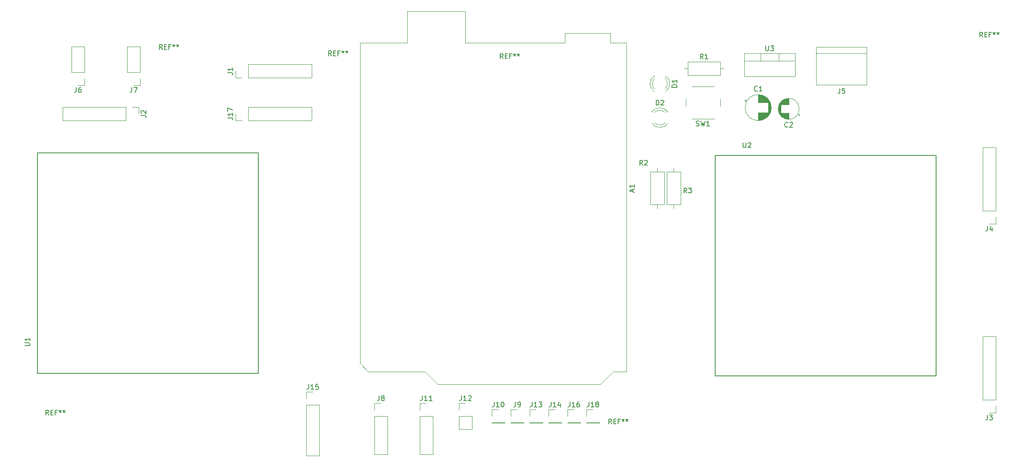
<source format=gbr>
G04 #@! TF.GenerationSoftware,KiCad,Pcbnew,(5.0.2)-1*
G04 #@! TF.CreationDate,2019-02-11T11:22:53+02:00*
G04 #@! TF.ProjectId,IoTProject,496f5450-726f-46a6-9563-742e6b696361,rev?*
G04 #@! TF.SameCoordinates,Original*
G04 #@! TF.FileFunction,Legend,Top*
G04 #@! TF.FilePolarity,Positive*
%FSLAX46Y46*%
G04 Gerber Fmt 4.6, Leading zero omitted, Abs format (unit mm)*
G04 Created by KiCad (PCBNEW (5.0.2)-1) date 11-Feb-19 11:22:53*
%MOMM*%
%LPD*%
G01*
G04 APERTURE LIST*
%ADD10C,0.120000*%
%ADD11C,0.150000*%
G04 APERTURE END LIST*
D10*
G04 #@! TO.C,A1*
X193798000Y-163706000D02*
X196338000Y-166246000D01*
X182368000Y-163706000D02*
X193798000Y-163706000D01*
X180718000Y-162056000D02*
X182368000Y-163706000D01*
X180718000Y-97406000D02*
X180718000Y-162056000D01*
X190248000Y-97406000D02*
X180718000Y-97406000D01*
X190248000Y-91056000D02*
X190248000Y-97406000D01*
X201928000Y-91056000D02*
X190248000Y-91056000D01*
X201928000Y-97406000D02*
X201928000Y-91056000D01*
X221998000Y-97406000D02*
X201928000Y-97406000D01*
X221998000Y-95506000D02*
X221998000Y-97406000D01*
X231138000Y-95506000D02*
X221998000Y-95506000D01*
X231138000Y-97406000D02*
X231138000Y-95506000D01*
X234318000Y-97406000D02*
X231138000Y-97406000D01*
X234318000Y-163706000D02*
X234318000Y-97406000D01*
X231648000Y-163706000D02*
X234318000Y-163706000D01*
X229108000Y-166246000D02*
X231648000Y-163706000D01*
X196338000Y-166246000D02*
X229108000Y-166246000D01*
D11*
G04 #@! TO.C,U2*
X252222000Y-120142000D02*
X270002000Y-120142000D01*
X252222000Y-137922000D02*
X252222000Y-120142000D01*
X270002000Y-120142000D02*
X296672000Y-120142000D01*
X296672000Y-120142000D02*
X296672000Y-158242000D01*
X252222000Y-158242000D02*
X252222000Y-137922000D01*
X296672000Y-158242000D02*
X296672000Y-164592000D01*
X296672000Y-164592000D02*
X252222000Y-164592000D01*
X252222000Y-164592000D02*
X252222000Y-158242000D01*
G04 #@! TO.C,U1*
X115824000Y-164084000D02*
X115824000Y-146304000D01*
X133604000Y-164084000D02*
X115824000Y-164084000D01*
X115824000Y-146304000D02*
X115824000Y-119634000D01*
X115824000Y-119634000D02*
X153924000Y-119634000D01*
X153924000Y-164084000D02*
X133604000Y-164084000D01*
X153924000Y-119634000D02*
X160274000Y-119634000D01*
X160274000Y-119634000D02*
X160274000Y-164084000D01*
X160274000Y-164084000D02*
X153924000Y-164084000D01*
D10*
G04 #@! TO.C,C1*
X258287225Y-108765000D02*
X258287225Y-109265000D01*
X258037225Y-109015000D02*
X258537225Y-109015000D01*
X263443000Y-110206000D02*
X263443000Y-110774000D01*
X263403000Y-109972000D02*
X263403000Y-111008000D01*
X263363000Y-109813000D02*
X263363000Y-111167000D01*
X263323000Y-109685000D02*
X263323000Y-111295000D01*
X263283000Y-109575000D02*
X263283000Y-111405000D01*
X263243000Y-109479000D02*
X263243000Y-111501000D01*
X263203000Y-109392000D02*
X263203000Y-111588000D01*
X263163000Y-109312000D02*
X263163000Y-111668000D01*
X263123000Y-109239000D02*
X263123000Y-111741000D01*
X263083000Y-109171000D02*
X263083000Y-111809000D01*
X263043000Y-109107000D02*
X263043000Y-111873000D01*
X263003000Y-109047000D02*
X263003000Y-111933000D01*
X262963000Y-108990000D02*
X262963000Y-111990000D01*
X262923000Y-108936000D02*
X262923000Y-112044000D01*
X262883000Y-108885000D02*
X262883000Y-112095000D01*
X262843000Y-111530000D02*
X262843000Y-112143000D01*
X262843000Y-108837000D02*
X262843000Y-109450000D01*
X262803000Y-111530000D02*
X262803000Y-112189000D01*
X262803000Y-108791000D02*
X262803000Y-109450000D01*
X262763000Y-111530000D02*
X262763000Y-112233000D01*
X262763000Y-108747000D02*
X262763000Y-109450000D01*
X262723000Y-111530000D02*
X262723000Y-112275000D01*
X262723000Y-108705000D02*
X262723000Y-109450000D01*
X262683000Y-111530000D02*
X262683000Y-112316000D01*
X262683000Y-108664000D02*
X262683000Y-109450000D01*
X262643000Y-111530000D02*
X262643000Y-112354000D01*
X262643000Y-108626000D02*
X262643000Y-109450000D01*
X262603000Y-111530000D02*
X262603000Y-112391000D01*
X262603000Y-108589000D02*
X262603000Y-109450000D01*
X262563000Y-111530000D02*
X262563000Y-112427000D01*
X262563000Y-108553000D02*
X262563000Y-109450000D01*
X262523000Y-111530000D02*
X262523000Y-112461000D01*
X262523000Y-108519000D02*
X262523000Y-109450000D01*
X262483000Y-111530000D02*
X262483000Y-112494000D01*
X262483000Y-108486000D02*
X262483000Y-109450000D01*
X262443000Y-111530000D02*
X262443000Y-112525000D01*
X262443000Y-108455000D02*
X262443000Y-109450000D01*
X262403000Y-111530000D02*
X262403000Y-112555000D01*
X262403000Y-108425000D02*
X262403000Y-109450000D01*
X262363000Y-111530000D02*
X262363000Y-112585000D01*
X262363000Y-108395000D02*
X262363000Y-109450000D01*
X262323000Y-111530000D02*
X262323000Y-112612000D01*
X262323000Y-108368000D02*
X262323000Y-109450000D01*
X262283000Y-111530000D02*
X262283000Y-112639000D01*
X262283000Y-108341000D02*
X262283000Y-109450000D01*
X262243000Y-111530000D02*
X262243000Y-112665000D01*
X262243000Y-108315000D02*
X262243000Y-109450000D01*
X262203000Y-111530000D02*
X262203000Y-112690000D01*
X262203000Y-108290000D02*
X262203000Y-109450000D01*
X262163000Y-111530000D02*
X262163000Y-112714000D01*
X262163000Y-108266000D02*
X262163000Y-109450000D01*
X262123000Y-111530000D02*
X262123000Y-112737000D01*
X262123000Y-108243000D02*
X262123000Y-109450000D01*
X262083000Y-111530000D02*
X262083000Y-112758000D01*
X262083000Y-108222000D02*
X262083000Y-109450000D01*
X262043000Y-111530000D02*
X262043000Y-112780000D01*
X262043000Y-108200000D02*
X262043000Y-109450000D01*
X262003000Y-111530000D02*
X262003000Y-112800000D01*
X262003000Y-108180000D02*
X262003000Y-109450000D01*
X261963000Y-111530000D02*
X261963000Y-112819000D01*
X261963000Y-108161000D02*
X261963000Y-109450000D01*
X261923000Y-111530000D02*
X261923000Y-112838000D01*
X261923000Y-108142000D02*
X261923000Y-109450000D01*
X261883000Y-111530000D02*
X261883000Y-112855000D01*
X261883000Y-108125000D02*
X261883000Y-109450000D01*
X261843000Y-111530000D02*
X261843000Y-112872000D01*
X261843000Y-108108000D02*
X261843000Y-109450000D01*
X261803000Y-111530000D02*
X261803000Y-112888000D01*
X261803000Y-108092000D02*
X261803000Y-109450000D01*
X261763000Y-111530000D02*
X261763000Y-112904000D01*
X261763000Y-108076000D02*
X261763000Y-109450000D01*
X261723000Y-111530000D02*
X261723000Y-112918000D01*
X261723000Y-108062000D02*
X261723000Y-109450000D01*
X261683000Y-111530000D02*
X261683000Y-112932000D01*
X261683000Y-108048000D02*
X261683000Y-109450000D01*
X261643000Y-111530000D02*
X261643000Y-112945000D01*
X261643000Y-108035000D02*
X261643000Y-109450000D01*
X261603000Y-111530000D02*
X261603000Y-112958000D01*
X261603000Y-108022000D02*
X261603000Y-109450000D01*
X261563000Y-111530000D02*
X261563000Y-112970000D01*
X261563000Y-108010000D02*
X261563000Y-109450000D01*
X261522000Y-111530000D02*
X261522000Y-112981000D01*
X261522000Y-107999000D02*
X261522000Y-109450000D01*
X261482000Y-111530000D02*
X261482000Y-112991000D01*
X261482000Y-107989000D02*
X261482000Y-109450000D01*
X261442000Y-111530000D02*
X261442000Y-113001000D01*
X261442000Y-107979000D02*
X261442000Y-109450000D01*
X261402000Y-111530000D02*
X261402000Y-113010000D01*
X261402000Y-107970000D02*
X261402000Y-109450000D01*
X261362000Y-111530000D02*
X261362000Y-113018000D01*
X261362000Y-107962000D02*
X261362000Y-109450000D01*
X261322000Y-111530000D02*
X261322000Y-113026000D01*
X261322000Y-107954000D02*
X261322000Y-109450000D01*
X261282000Y-111530000D02*
X261282000Y-113033000D01*
X261282000Y-107947000D02*
X261282000Y-109450000D01*
X261242000Y-111530000D02*
X261242000Y-113040000D01*
X261242000Y-107940000D02*
X261242000Y-109450000D01*
X261202000Y-111530000D02*
X261202000Y-113046000D01*
X261202000Y-107934000D02*
X261202000Y-109450000D01*
X261162000Y-111530000D02*
X261162000Y-113051000D01*
X261162000Y-107929000D02*
X261162000Y-109450000D01*
X261122000Y-111530000D02*
X261122000Y-113055000D01*
X261122000Y-107925000D02*
X261122000Y-109450000D01*
X261082000Y-111530000D02*
X261082000Y-113059000D01*
X261082000Y-107921000D02*
X261082000Y-109450000D01*
X261042000Y-111530000D02*
X261042000Y-113063000D01*
X261042000Y-107917000D02*
X261042000Y-109450000D01*
X261002000Y-111530000D02*
X261002000Y-113066000D01*
X261002000Y-107914000D02*
X261002000Y-109450000D01*
X260962000Y-111530000D02*
X260962000Y-113068000D01*
X260962000Y-107912000D02*
X260962000Y-109450000D01*
X260922000Y-111530000D02*
X260922000Y-113069000D01*
X260922000Y-107911000D02*
X260922000Y-109450000D01*
X260882000Y-107910000D02*
X260882000Y-109450000D01*
X260882000Y-111530000D02*
X260882000Y-113070000D01*
X260842000Y-107910000D02*
X260842000Y-109450000D01*
X260842000Y-111530000D02*
X260842000Y-113070000D01*
X263462000Y-110490000D02*
G75*
G03X263462000Y-110490000I-2620000J0D01*
G01*
G04 #@! TO.C,C2*
X269035801Y-112139000D02*
X269035801Y-111739000D01*
X269235801Y-111939000D02*
X268835801Y-111939000D01*
X264885000Y-111114000D02*
X264885000Y-110374000D01*
X264925000Y-111281000D02*
X264925000Y-110207000D01*
X264965000Y-111408000D02*
X264965000Y-110080000D01*
X265005000Y-111512000D02*
X265005000Y-109976000D01*
X265045000Y-111603000D02*
X265045000Y-109885000D01*
X265085000Y-111684000D02*
X265085000Y-109804000D01*
X265125000Y-111757000D02*
X265125000Y-109731000D01*
X265165000Y-111824000D02*
X265165000Y-109664000D01*
X265205000Y-111886000D02*
X265205000Y-109602000D01*
X265245000Y-111944000D02*
X265245000Y-109544000D01*
X265285000Y-111998000D02*
X265285000Y-109490000D01*
X265325000Y-112048000D02*
X265325000Y-109440000D01*
X265365000Y-112095000D02*
X265365000Y-109393000D01*
X265405000Y-109904000D02*
X265405000Y-109348000D01*
X265405000Y-112140000D02*
X265405000Y-111584000D01*
X265445000Y-109904000D02*
X265445000Y-109306000D01*
X265445000Y-112182000D02*
X265445000Y-111584000D01*
X265485000Y-109904000D02*
X265485000Y-109266000D01*
X265485000Y-112222000D02*
X265485000Y-111584000D01*
X265525000Y-109904000D02*
X265525000Y-109228000D01*
X265525000Y-112260000D02*
X265525000Y-111584000D01*
X265565000Y-109904000D02*
X265565000Y-109192000D01*
X265565000Y-112296000D02*
X265565000Y-111584000D01*
X265605000Y-109904000D02*
X265605000Y-109157000D01*
X265605000Y-112331000D02*
X265605000Y-111584000D01*
X265645000Y-109904000D02*
X265645000Y-109125000D01*
X265645000Y-112363000D02*
X265645000Y-111584000D01*
X265685000Y-109904000D02*
X265685000Y-109094000D01*
X265685000Y-112394000D02*
X265685000Y-111584000D01*
X265725000Y-109904000D02*
X265725000Y-109064000D01*
X265725000Y-112424000D02*
X265725000Y-111584000D01*
X265765000Y-109904000D02*
X265765000Y-109036000D01*
X265765000Y-112452000D02*
X265765000Y-111584000D01*
X265805000Y-109904000D02*
X265805000Y-109009000D01*
X265805000Y-112479000D02*
X265805000Y-111584000D01*
X265845000Y-109904000D02*
X265845000Y-108984000D01*
X265845000Y-112504000D02*
X265845000Y-111584000D01*
X265885000Y-109904000D02*
X265885000Y-108959000D01*
X265885000Y-112529000D02*
X265885000Y-111584000D01*
X265925000Y-109904000D02*
X265925000Y-108936000D01*
X265925000Y-112552000D02*
X265925000Y-111584000D01*
X265965000Y-109904000D02*
X265965000Y-108914000D01*
X265965000Y-112574000D02*
X265965000Y-111584000D01*
X266005000Y-109904000D02*
X266005000Y-108893000D01*
X266005000Y-112595000D02*
X266005000Y-111584000D01*
X266045000Y-109904000D02*
X266045000Y-108874000D01*
X266045000Y-112614000D02*
X266045000Y-111584000D01*
X266085000Y-109904000D02*
X266085000Y-108855000D01*
X266085000Y-112633000D02*
X266085000Y-111584000D01*
X266125000Y-109904000D02*
X266125000Y-108837000D01*
X266125000Y-112651000D02*
X266125000Y-111584000D01*
X266165000Y-109904000D02*
X266165000Y-108820000D01*
X266165000Y-112668000D02*
X266165000Y-111584000D01*
X266205000Y-109904000D02*
X266205000Y-108804000D01*
X266205000Y-112684000D02*
X266205000Y-111584000D01*
X266245000Y-109904000D02*
X266245000Y-108790000D01*
X266245000Y-112698000D02*
X266245000Y-111584000D01*
X266286000Y-109904000D02*
X266286000Y-108776000D01*
X266286000Y-112712000D02*
X266286000Y-111584000D01*
X266326000Y-109904000D02*
X266326000Y-108762000D01*
X266326000Y-112726000D02*
X266326000Y-111584000D01*
X266366000Y-109904000D02*
X266366000Y-108750000D01*
X266366000Y-112738000D02*
X266366000Y-111584000D01*
X266406000Y-109904000D02*
X266406000Y-108739000D01*
X266406000Y-112749000D02*
X266406000Y-111584000D01*
X266446000Y-109904000D02*
X266446000Y-108728000D01*
X266446000Y-112760000D02*
X266446000Y-111584000D01*
X266486000Y-109904000D02*
X266486000Y-108719000D01*
X266486000Y-112769000D02*
X266486000Y-111584000D01*
X266526000Y-109904000D02*
X266526000Y-108710000D01*
X266526000Y-112778000D02*
X266526000Y-111584000D01*
X266566000Y-109904000D02*
X266566000Y-108702000D01*
X266566000Y-112786000D02*
X266566000Y-111584000D01*
X266606000Y-109904000D02*
X266606000Y-108694000D01*
X266606000Y-112794000D02*
X266606000Y-111584000D01*
X266646000Y-109904000D02*
X266646000Y-108688000D01*
X266646000Y-112800000D02*
X266646000Y-111584000D01*
X266686000Y-109904000D02*
X266686000Y-108682000D01*
X266686000Y-112806000D02*
X266686000Y-111584000D01*
X266726000Y-109904000D02*
X266726000Y-108677000D01*
X266726000Y-112811000D02*
X266726000Y-111584000D01*
X266766000Y-109904000D02*
X266766000Y-108673000D01*
X266766000Y-112815000D02*
X266766000Y-111584000D01*
X266806000Y-109904000D02*
X266806000Y-108670000D01*
X266806000Y-112818000D02*
X266806000Y-111584000D01*
X266846000Y-109904000D02*
X266846000Y-108667000D01*
X266846000Y-112821000D02*
X266846000Y-111584000D01*
X266886000Y-112823000D02*
X266886000Y-111584000D01*
X266886000Y-109904000D02*
X266886000Y-108665000D01*
X266926000Y-112824000D02*
X266926000Y-111584000D01*
X266926000Y-109904000D02*
X266926000Y-108664000D01*
X266966000Y-112824000D02*
X266966000Y-111584000D01*
X266966000Y-109904000D02*
X266966000Y-108664000D01*
X269086000Y-110744000D02*
G75*
G03X269086000Y-110744000I-2120000J0D01*
G01*
G04 #@! TO.C,D1*
X239966000Y-104104000D02*
X239810000Y-104104000D01*
X242282000Y-104104000D02*
X242126000Y-104104000D01*
X239966163Y-106705130D02*
G75*
G02X239966000Y-104623039I1079837J1041130D01*
G01*
X242125837Y-106705130D02*
G75*
G03X242126000Y-104623039I-1079837J1041130D01*
G01*
X239967392Y-107336335D02*
G75*
G02X239810484Y-104104000I1078608J1672335D01*
G01*
X242124608Y-107336335D02*
G75*
G03X242281516Y-104104000I-1078608J1672335D01*
G01*
G04 #@! TO.C,D2*
X239486000Y-113602000D02*
X239486000Y-113758000D01*
X239486000Y-111286000D02*
X239486000Y-111442000D01*
X242087130Y-113601837D02*
G75*
G02X240005039Y-113602000I-1041130J1079837D01*
G01*
X242087130Y-111442163D02*
G75*
G03X240005039Y-111442000I-1041130J-1079837D01*
G01*
X242718335Y-113600608D02*
G75*
G02X239486000Y-113757516I-1672335J1078608D01*
G01*
X242718335Y-111443392D02*
G75*
G03X239486000Y-111286484I-1672335J-1078608D01*
G01*
G04 #@! TO.C,J1*
X155642000Y-104454000D02*
X155642000Y-103124000D01*
X156972000Y-104454000D02*
X155642000Y-104454000D01*
X158242000Y-104454000D02*
X158242000Y-101794000D01*
X158242000Y-101794000D02*
X171002000Y-101794000D01*
X158242000Y-104454000D02*
X171002000Y-104454000D01*
X171002000Y-104454000D02*
X171002000Y-101794000D01*
G04 #@! TO.C,J2*
X136204000Y-110430000D02*
X136204000Y-111760000D01*
X134874000Y-110430000D02*
X136204000Y-110430000D01*
X133604000Y-110430000D02*
X133604000Y-113090000D01*
X133604000Y-113090000D02*
X120844000Y-113090000D01*
X133604000Y-110430000D02*
X120844000Y-110430000D01*
X120844000Y-110430000D02*
X120844000Y-113090000D01*
G04 #@! TO.C,J3*
X308670000Y-172018000D02*
X307340000Y-172018000D01*
X308670000Y-170688000D02*
X308670000Y-172018000D01*
X308670000Y-169418000D02*
X306010000Y-169418000D01*
X306010000Y-169418000D02*
X306010000Y-156658000D01*
X308670000Y-169418000D02*
X308670000Y-156658000D01*
X308670000Y-156658000D02*
X306010000Y-156658000D01*
G04 #@! TO.C,J4*
X308670000Y-133918000D02*
X307340000Y-133918000D01*
X308670000Y-132588000D02*
X308670000Y-133918000D01*
X308670000Y-131318000D02*
X306010000Y-131318000D01*
X306010000Y-131318000D02*
X306010000Y-118558000D01*
X308670000Y-131318000D02*
X308670000Y-118558000D01*
X308670000Y-118558000D02*
X306010000Y-118558000D01*
G04 #@! TO.C,J5*
X282702000Y-98298000D02*
X272542000Y-98298000D01*
X282702000Y-105918000D02*
X282702000Y-98298000D01*
X272542000Y-105918000D02*
X282702000Y-105918000D01*
X272542000Y-98298000D02*
X272542000Y-105918000D01*
X272542000Y-99568000D02*
X282702000Y-99568000D01*
G04 #@! TO.C,J6*
X125282000Y-105978000D02*
X123952000Y-105978000D01*
X125282000Y-104648000D02*
X125282000Y-105978000D01*
X125282000Y-103378000D02*
X122622000Y-103378000D01*
X122622000Y-103378000D02*
X122622000Y-98238000D01*
X125282000Y-103378000D02*
X125282000Y-98238000D01*
X125282000Y-98238000D02*
X122622000Y-98238000D01*
G04 #@! TO.C,J7*
X136458000Y-105978000D02*
X135128000Y-105978000D01*
X136458000Y-104648000D02*
X136458000Y-105978000D01*
X136458000Y-103378000D02*
X133798000Y-103378000D01*
X133798000Y-103378000D02*
X133798000Y-98238000D01*
X136458000Y-103378000D02*
X136458000Y-98238000D01*
X136458000Y-98238000D02*
X133798000Y-98238000D01*
G04 #@! TO.C,J8*
X183582000Y-170120000D02*
X184912000Y-170120000D01*
X183582000Y-171450000D02*
X183582000Y-170120000D01*
X183582000Y-172720000D02*
X186242000Y-172720000D01*
X186242000Y-172720000D02*
X186242000Y-180400000D01*
X183582000Y-172720000D02*
X183582000Y-180400000D01*
X183582000Y-180400000D02*
X186242000Y-180400000D01*
G04 #@! TO.C,J9*
X211014000Y-171390000D02*
X212344000Y-171390000D01*
X211014000Y-172720000D02*
X211014000Y-171390000D01*
X211014000Y-173990000D02*
X213674000Y-173990000D01*
X213674000Y-173990000D02*
X213674000Y-174050000D01*
X211014000Y-173990000D02*
X211014000Y-174050000D01*
X211014000Y-174050000D02*
X213674000Y-174050000D01*
G04 #@! TO.C,J10*
X207204000Y-171390000D02*
X208534000Y-171390000D01*
X207204000Y-172720000D02*
X207204000Y-171390000D01*
X207204000Y-173990000D02*
X209864000Y-173990000D01*
X209864000Y-173990000D02*
X209864000Y-174050000D01*
X207204000Y-173990000D02*
X207204000Y-174050000D01*
X207204000Y-174050000D02*
X209864000Y-174050000D01*
G04 #@! TO.C,J11*
X192726000Y-170120000D02*
X194056000Y-170120000D01*
X192726000Y-171450000D02*
X192726000Y-170120000D01*
X192726000Y-172720000D02*
X195386000Y-172720000D01*
X195386000Y-172720000D02*
X195386000Y-180400000D01*
X192726000Y-172720000D02*
X192726000Y-180400000D01*
X192726000Y-180400000D02*
X195386000Y-180400000D01*
G04 #@! TO.C,J12*
X200600000Y-170120000D02*
X201930000Y-170120000D01*
X200600000Y-171450000D02*
X200600000Y-170120000D01*
X200600000Y-172720000D02*
X203260000Y-172720000D01*
X203260000Y-172720000D02*
X203260000Y-175320000D01*
X200600000Y-172720000D02*
X200600000Y-175320000D01*
X200600000Y-175320000D02*
X203260000Y-175320000D01*
G04 #@! TO.C,J13*
X214824000Y-171390000D02*
X216154000Y-171390000D01*
X214824000Y-172720000D02*
X214824000Y-171390000D01*
X214824000Y-173990000D02*
X217484000Y-173990000D01*
X217484000Y-173990000D02*
X217484000Y-174050000D01*
X214824000Y-173990000D02*
X214824000Y-174050000D01*
X214824000Y-174050000D02*
X217484000Y-174050000D01*
G04 #@! TO.C,J14*
X218634000Y-174050000D02*
X221294000Y-174050000D01*
X218634000Y-173990000D02*
X218634000Y-174050000D01*
X221294000Y-173990000D02*
X221294000Y-174050000D01*
X218634000Y-173990000D02*
X221294000Y-173990000D01*
X218634000Y-172720000D02*
X218634000Y-171390000D01*
X218634000Y-171390000D02*
X219964000Y-171390000D01*
G04 #@! TO.C,J15*
X169866000Y-167834000D02*
X171196000Y-167834000D01*
X169866000Y-169164000D02*
X169866000Y-167834000D01*
X169866000Y-170434000D02*
X172526000Y-170434000D01*
X172526000Y-170434000D02*
X172526000Y-180654000D01*
X169866000Y-170434000D02*
X169866000Y-180654000D01*
X169866000Y-180654000D02*
X172526000Y-180654000D01*
G04 #@! TO.C,J16*
X222444000Y-171390000D02*
X223774000Y-171390000D01*
X222444000Y-172720000D02*
X222444000Y-171390000D01*
X222444000Y-173990000D02*
X225104000Y-173990000D01*
X225104000Y-173990000D02*
X225104000Y-174050000D01*
X222444000Y-173990000D02*
X222444000Y-174050000D01*
X222444000Y-174050000D02*
X225104000Y-174050000D01*
G04 #@! TO.C,J17*
X155642000Y-113090000D02*
X155642000Y-111760000D01*
X156972000Y-113090000D02*
X155642000Y-113090000D01*
X158242000Y-113090000D02*
X158242000Y-110430000D01*
X158242000Y-110430000D02*
X171002000Y-110430000D01*
X158242000Y-113090000D02*
X171002000Y-113090000D01*
X171002000Y-113090000D02*
X171002000Y-110430000D01*
G04 #@! TO.C,J18*
X226254000Y-171390000D02*
X227584000Y-171390000D01*
X226254000Y-172720000D02*
X226254000Y-171390000D01*
X226254000Y-173990000D02*
X228914000Y-173990000D01*
X228914000Y-173990000D02*
X228914000Y-174050000D01*
X226254000Y-173990000D02*
X226254000Y-174050000D01*
X226254000Y-174050000D02*
X228914000Y-174050000D01*
G04 #@! TO.C,R1*
X253976000Y-102616000D02*
X253206000Y-102616000D01*
X245896000Y-102616000D02*
X246666000Y-102616000D01*
X253206000Y-101246000D02*
X246666000Y-101246000D01*
X253206000Y-103986000D02*
X253206000Y-101246000D01*
X246666000Y-103986000D02*
X253206000Y-103986000D01*
X246666000Y-101246000D02*
X246666000Y-103986000D01*
G04 #@! TO.C,R2*
X240538000Y-130786000D02*
X240538000Y-130016000D01*
X240538000Y-122706000D02*
X240538000Y-123476000D01*
X241908000Y-130016000D02*
X241908000Y-123476000D01*
X239168000Y-130016000D02*
X241908000Y-130016000D01*
X239168000Y-123476000D02*
X239168000Y-130016000D01*
X241908000Y-123476000D02*
X239168000Y-123476000D01*
G04 #@! TO.C,R3*
X243840000Y-130786000D02*
X243840000Y-130016000D01*
X243840000Y-122706000D02*
X243840000Y-123476000D01*
X245210000Y-130016000D02*
X245210000Y-123476000D01*
X242470000Y-130016000D02*
X245210000Y-130016000D01*
X242470000Y-123476000D02*
X242470000Y-130016000D01*
X245210000Y-123476000D02*
X242470000Y-123476000D01*
G04 #@! TO.C,SW1*
X246234000Y-108760000D02*
X246234000Y-110260000D01*
X247484000Y-112760000D02*
X251984000Y-112760000D01*
X253234000Y-110260000D02*
X253234000Y-108760000D01*
X251984000Y-106260000D02*
X247484000Y-106260000D01*
G04 #@! TO.C,U3*
X264995000Y-99600000D02*
X264995000Y-101110000D01*
X261294000Y-99600000D02*
X261294000Y-101110000D01*
X258024000Y-101110000D02*
X268264000Y-101110000D01*
X268264000Y-99600000D02*
X268264000Y-104241000D01*
X258024000Y-99600000D02*
X258024000Y-104241000D01*
X258024000Y-104241000D02*
X268264000Y-104241000D01*
X258024000Y-99600000D02*
X268264000Y-99600000D01*
G04 #@! TO.C,REF\002A\002A*
D11*
X140906666Y-98760380D02*
X140573333Y-98284190D01*
X140335238Y-98760380D02*
X140335238Y-97760380D01*
X140716190Y-97760380D01*
X140811428Y-97808000D01*
X140859047Y-97855619D01*
X140906666Y-97950857D01*
X140906666Y-98093714D01*
X140859047Y-98188952D01*
X140811428Y-98236571D01*
X140716190Y-98284190D01*
X140335238Y-98284190D01*
X141335238Y-98236571D02*
X141668571Y-98236571D01*
X141811428Y-98760380D02*
X141335238Y-98760380D01*
X141335238Y-97760380D01*
X141811428Y-97760380D01*
X142573333Y-98236571D02*
X142240000Y-98236571D01*
X142240000Y-98760380D02*
X142240000Y-97760380D01*
X142716190Y-97760380D01*
X143240000Y-97760380D02*
X143240000Y-97998476D01*
X143001904Y-97903238D02*
X143240000Y-97998476D01*
X143478095Y-97903238D01*
X143097142Y-98188952D02*
X143240000Y-97998476D01*
X143382857Y-98188952D01*
X144001904Y-97760380D02*
X144001904Y-97998476D01*
X143763809Y-97903238D02*
X144001904Y-97998476D01*
X144240000Y-97903238D01*
X143859047Y-98188952D02*
X144001904Y-97998476D01*
X144144761Y-98188952D01*
X209486666Y-100604380D02*
X209153333Y-100128190D01*
X208915238Y-100604380D02*
X208915238Y-99604380D01*
X209296190Y-99604380D01*
X209391428Y-99652000D01*
X209439047Y-99699619D01*
X209486666Y-99794857D01*
X209486666Y-99937714D01*
X209439047Y-100032952D01*
X209391428Y-100080571D01*
X209296190Y-100128190D01*
X208915238Y-100128190D01*
X209915238Y-100080571D02*
X210248571Y-100080571D01*
X210391428Y-100604380D02*
X209915238Y-100604380D01*
X209915238Y-99604380D01*
X210391428Y-99604380D01*
X211153333Y-100080571D02*
X210820000Y-100080571D01*
X210820000Y-100604380D02*
X210820000Y-99604380D01*
X211296190Y-99604380D01*
X211820000Y-99604380D02*
X211820000Y-99842476D01*
X211581904Y-99747238D02*
X211820000Y-99842476D01*
X212058095Y-99747238D01*
X211677142Y-100032952D02*
X211820000Y-99842476D01*
X211962857Y-100032952D01*
X212581904Y-99604380D02*
X212581904Y-99842476D01*
X212343809Y-99747238D02*
X212581904Y-99842476D01*
X212820000Y-99747238D01*
X212439047Y-100032952D02*
X212581904Y-99842476D01*
X212724761Y-100032952D01*
X306006666Y-96286380D02*
X305673333Y-95810190D01*
X305435238Y-96286380D02*
X305435238Y-95286380D01*
X305816190Y-95286380D01*
X305911428Y-95334000D01*
X305959047Y-95381619D01*
X306006666Y-95476857D01*
X306006666Y-95619714D01*
X305959047Y-95714952D01*
X305911428Y-95762571D01*
X305816190Y-95810190D01*
X305435238Y-95810190D01*
X306435238Y-95762571D02*
X306768571Y-95762571D01*
X306911428Y-96286380D02*
X306435238Y-96286380D01*
X306435238Y-95286380D01*
X306911428Y-95286380D01*
X307673333Y-95762571D02*
X307340000Y-95762571D01*
X307340000Y-96286380D02*
X307340000Y-95286380D01*
X307816190Y-95286380D01*
X308340000Y-95286380D02*
X308340000Y-95524476D01*
X308101904Y-95429238D02*
X308340000Y-95524476D01*
X308578095Y-95429238D01*
X308197142Y-95714952D02*
X308340000Y-95524476D01*
X308482857Y-95714952D01*
X309101904Y-95286380D02*
X309101904Y-95524476D01*
X308863809Y-95429238D02*
X309101904Y-95524476D01*
X309340000Y-95429238D01*
X308959047Y-95714952D02*
X309101904Y-95524476D01*
X309244761Y-95714952D01*
X231330666Y-174264380D02*
X230997333Y-173788190D01*
X230759238Y-174264380D02*
X230759238Y-173264380D01*
X231140190Y-173264380D01*
X231235428Y-173312000D01*
X231283047Y-173359619D01*
X231330666Y-173454857D01*
X231330666Y-173597714D01*
X231283047Y-173692952D01*
X231235428Y-173740571D01*
X231140190Y-173788190D01*
X230759238Y-173788190D01*
X231759238Y-173740571D02*
X232092571Y-173740571D01*
X232235428Y-174264380D02*
X231759238Y-174264380D01*
X231759238Y-173264380D01*
X232235428Y-173264380D01*
X232997333Y-173740571D02*
X232664000Y-173740571D01*
X232664000Y-174264380D02*
X232664000Y-173264380D01*
X233140190Y-173264380D01*
X233664000Y-173264380D02*
X233664000Y-173502476D01*
X233425904Y-173407238D02*
X233664000Y-173502476D01*
X233902095Y-173407238D01*
X233521142Y-173692952D02*
X233664000Y-173502476D01*
X233806857Y-173692952D01*
X234425904Y-173264380D02*
X234425904Y-173502476D01*
X234187809Y-173407238D02*
X234425904Y-173502476D01*
X234664000Y-173407238D01*
X234283047Y-173692952D02*
X234425904Y-173502476D01*
X234568761Y-173692952D01*
G04 #@! TO.C,A1*
X235624666Y-127460285D02*
X235624666Y-126984095D01*
X235910380Y-127555523D02*
X234910380Y-127222190D01*
X235910380Y-126888857D01*
X235910380Y-126031714D02*
X235910380Y-126603142D01*
X235910380Y-126317428D02*
X234910380Y-126317428D01*
X235053238Y-126412666D01*
X235148476Y-126507904D01*
X235196095Y-126603142D01*
G04 #@! TO.C,U2*
X257810095Y-117554380D02*
X257810095Y-118363904D01*
X257857714Y-118459142D01*
X257905333Y-118506761D01*
X258000571Y-118554380D01*
X258191047Y-118554380D01*
X258286285Y-118506761D01*
X258333904Y-118459142D01*
X258381523Y-118363904D01*
X258381523Y-117554380D01*
X258810095Y-117649619D02*
X258857714Y-117602000D01*
X258952952Y-117554380D01*
X259191047Y-117554380D01*
X259286285Y-117602000D01*
X259333904Y-117649619D01*
X259381523Y-117744857D01*
X259381523Y-117840095D01*
X259333904Y-117982952D01*
X258762476Y-118554380D01*
X259381523Y-118554380D01*
G04 #@! TO.C,U1*
X113236380Y-158495904D02*
X114045904Y-158495904D01*
X114141142Y-158448285D01*
X114188761Y-158400666D01*
X114236380Y-158305428D01*
X114236380Y-158114952D01*
X114188761Y-158019714D01*
X114141142Y-157972095D01*
X114045904Y-157924476D01*
X113236380Y-157924476D01*
X114236380Y-156924476D02*
X114236380Y-157495904D01*
X114236380Y-157210190D02*
X113236380Y-157210190D01*
X113379238Y-157305428D01*
X113474476Y-157400666D01*
X113522095Y-157495904D01*
G04 #@! TO.C,C1*
X260675333Y-107097142D02*
X260627714Y-107144761D01*
X260484857Y-107192380D01*
X260389619Y-107192380D01*
X260246761Y-107144761D01*
X260151523Y-107049523D01*
X260103904Y-106954285D01*
X260056285Y-106763809D01*
X260056285Y-106620952D01*
X260103904Y-106430476D01*
X260151523Y-106335238D01*
X260246761Y-106240000D01*
X260389619Y-106192380D01*
X260484857Y-106192380D01*
X260627714Y-106240000D01*
X260675333Y-106287619D01*
X261627714Y-107192380D02*
X261056285Y-107192380D01*
X261342000Y-107192380D02*
X261342000Y-106192380D01*
X261246761Y-106335238D01*
X261151523Y-106430476D01*
X261056285Y-106478095D01*
G04 #@! TO.C,C2*
X266799333Y-114351142D02*
X266751714Y-114398761D01*
X266608857Y-114446380D01*
X266513619Y-114446380D01*
X266370761Y-114398761D01*
X266275523Y-114303523D01*
X266227904Y-114208285D01*
X266180285Y-114017809D01*
X266180285Y-113874952D01*
X266227904Y-113684476D01*
X266275523Y-113589238D01*
X266370761Y-113494000D01*
X266513619Y-113446380D01*
X266608857Y-113446380D01*
X266751714Y-113494000D01*
X266799333Y-113541619D01*
X267180285Y-113541619D02*
X267227904Y-113494000D01*
X267323142Y-113446380D01*
X267561238Y-113446380D01*
X267656476Y-113494000D01*
X267704095Y-113541619D01*
X267751714Y-113636857D01*
X267751714Y-113732095D01*
X267704095Y-113874952D01*
X267132666Y-114446380D01*
X267751714Y-114446380D01*
G04 #@! TO.C,D1*
X244458380Y-106402095D02*
X243458380Y-106402095D01*
X243458380Y-106164000D01*
X243506000Y-106021142D01*
X243601238Y-105925904D01*
X243696476Y-105878285D01*
X243886952Y-105830666D01*
X244029809Y-105830666D01*
X244220285Y-105878285D01*
X244315523Y-105925904D01*
X244410761Y-106021142D01*
X244458380Y-106164000D01*
X244458380Y-106402095D01*
X244458380Y-104878285D02*
X244458380Y-105449714D01*
X244458380Y-105164000D02*
X243458380Y-105164000D01*
X243601238Y-105259238D01*
X243696476Y-105354476D01*
X243744095Y-105449714D01*
G04 #@! TO.C,D2*
X240307904Y-110014380D02*
X240307904Y-109014380D01*
X240546000Y-109014380D01*
X240688857Y-109062000D01*
X240784095Y-109157238D01*
X240831714Y-109252476D01*
X240879333Y-109442952D01*
X240879333Y-109585809D01*
X240831714Y-109776285D01*
X240784095Y-109871523D01*
X240688857Y-109966761D01*
X240546000Y-110014380D01*
X240307904Y-110014380D01*
X241260285Y-109109619D02*
X241307904Y-109062000D01*
X241403142Y-109014380D01*
X241641238Y-109014380D01*
X241736476Y-109062000D01*
X241784095Y-109109619D01*
X241831714Y-109204857D01*
X241831714Y-109300095D01*
X241784095Y-109442952D01*
X241212666Y-110014380D01*
X241831714Y-110014380D01*
G04 #@! TO.C,J1*
X154094380Y-103457333D02*
X154808666Y-103457333D01*
X154951523Y-103504952D01*
X155046761Y-103600190D01*
X155094380Y-103743047D01*
X155094380Y-103838285D01*
X155094380Y-102457333D02*
X155094380Y-103028761D01*
X155094380Y-102743047D02*
X154094380Y-102743047D01*
X154237238Y-102838285D01*
X154332476Y-102933523D01*
X154380095Y-103028761D01*
G04 #@! TO.C,J2*
X136656380Y-112093333D02*
X137370666Y-112093333D01*
X137513523Y-112140952D01*
X137608761Y-112236190D01*
X137656380Y-112379047D01*
X137656380Y-112474285D01*
X136751619Y-111664761D02*
X136704000Y-111617142D01*
X136656380Y-111521904D01*
X136656380Y-111283809D01*
X136704000Y-111188571D01*
X136751619Y-111140952D01*
X136846857Y-111093333D01*
X136942095Y-111093333D01*
X137084952Y-111140952D01*
X137656380Y-111712380D01*
X137656380Y-111093333D01*
G04 #@! TO.C,J3*
X307006666Y-172470380D02*
X307006666Y-173184666D01*
X306959047Y-173327523D01*
X306863809Y-173422761D01*
X306720952Y-173470380D01*
X306625714Y-173470380D01*
X307387619Y-172470380D02*
X308006666Y-172470380D01*
X307673333Y-172851333D01*
X307816190Y-172851333D01*
X307911428Y-172898952D01*
X307959047Y-172946571D01*
X308006666Y-173041809D01*
X308006666Y-173279904D01*
X307959047Y-173375142D01*
X307911428Y-173422761D01*
X307816190Y-173470380D01*
X307530476Y-173470380D01*
X307435238Y-173422761D01*
X307387619Y-173375142D01*
G04 #@! TO.C,J4*
X307006666Y-134370380D02*
X307006666Y-135084666D01*
X306959047Y-135227523D01*
X306863809Y-135322761D01*
X306720952Y-135370380D01*
X306625714Y-135370380D01*
X307911428Y-134703714D02*
X307911428Y-135370380D01*
X307673333Y-134322761D02*
X307435238Y-135037047D01*
X308054285Y-135037047D01*
G04 #@! TO.C,J5*
X277288666Y-106640380D02*
X277288666Y-107354666D01*
X277241047Y-107497523D01*
X277145809Y-107592761D01*
X277002952Y-107640380D01*
X276907714Y-107640380D01*
X278241047Y-106640380D02*
X277764857Y-106640380D01*
X277717238Y-107116571D01*
X277764857Y-107068952D01*
X277860095Y-107021333D01*
X278098190Y-107021333D01*
X278193428Y-107068952D01*
X278241047Y-107116571D01*
X278288666Y-107211809D01*
X278288666Y-107449904D01*
X278241047Y-107545142D01*
X278193428Y-107592761D01*
X278098190Y-107640380D01*
X277860095Y-107640380D01*
X277764857Y-107592761D01*
X277717238Y-107545142D01*
G04 #@! TO.C,J6*
X123618666Y-106430380D02*
X123618666Y-107144666D01*
X123571047Y-107287523D01*
X123475809Y-107382761D01*
X123332952Y-107430380D01*
X123237714Y-107430380D01*
X124523428Y-106430380D02*
X124332952Y-106430380D01*
X124237714Y-106478000D01*
X124190095Y-106525619D01*
X124094857Y-106668476D01*
X124047238Y-106858952D01*
X124047238Y-107239904D01*
X124094857Y-107335142D01*
X124142476Y-107382761D01*
X124237714Y-107430380D01*
X124428190Y-107430380D01*
X124523428Y-107382761D01*
X124571047Y-107335142D01*
X124618666Y-107239904D01*
X124618666Y-107001809D01*
X124571047Y-106906571D01*
X124523428Y-106858952D01*
X124428190Y-106811333D01*
X124237714Y-106811333D01*
X124142476Y-106858952D01*
X124094857Y-106906571D01*
X124047238Y-107001809D01*
G04 #@! TO.C,J7*
X134794666Y-106430380D02*
X134794666Y-107144666D01*
X134747047Y-107287523D01*
X134651809Y-107382761D01*
X134508952Y-107430380D01*
X134413714Y-107430380D01*
X135175619Y-106430380D02*
X135842285Y-106430380D01*
X135413714Y-107430380D01*
G04 #@! TO.C,J8*
X184578666Y-168572380D02*
X184578666Y-169286666D01*
X184531047Y-169429523D01*
X184435809Y-169524761D01*
X184292952Y-169572380D01*
X184197714Y-169572380D01*
X185197714Y-169000952D02*
X185102476Y-168953333D01*
X185054857Y-168905714D01*
X185007238Y-168810476D01*
X185007238Y-168762857D01*
X185054857Y-168667619D01*
X185102476Y-168620000D01*
X185197714Y-168572380D01*
X185388190Y-168572380D01*
X185483428Y-168620000D01*
X185531047Y-168667619D01*
X185578666Y-168762857D01*
X185578666Y-168810476D01*
X185531047Y-168905714D01*
X185483428Y-168953333D01*
X185388190Y-169000952D01*
X185197714Y-169000952D01*
X185102476Y-169048571D01*
X185054857Y-169096190D01*
X185007238Y-169191428D01*
X185007238Y-169381904D01*
X185054857Y-169477142D01*
X185102476Y-169524761D01*
X185197714Y-169572380D01*
X185388190Y-169572380D01*
X185483428Y-169524761D01*
X185531047Y-169477142D01*
X185578666Y-169381904D01*
X185578666Y-169191428D01*
X185531047Y-169096190D01*
X185483428Y-169048571D01*
X185388190Y-169000952D01*
G04 #@! TO.C,J9*
X212010666Y-169842380D02*
X212010666Y-170556666D01*
X211963047Y-170699523D01*
X211867809Y-170794761D01*
X211724952Y-170842380D01*
X211629714Y-170842380D01*
X212534476Y-170842380D02*
X212724952Y-170842380D01*
X212820190Y-170794761D01*
X212867809Y-170747142D01*
X212963047Y-170604285D01*
X213010666Y-170413809D01*
X213010666Y-170032857D01*
X212963047Y-169937619D01*
X212915428Y-169890000D01*
X212820190Y-169842380D01*
X212629714Y-169842380D01*
X212534476Y-169890000D01*
X212486857Y-169937619D01*
X212439238Y-170032857D01*
X212439238Y-170270952D01*
X212486857Y-170366190D01*
X212534476Y-170413809D01*
X212629714Y-170461428D01*
X212820190Y-170461428D01*
X212915428Y-170413809D01*
X212963047Y-170366190D01*
X213010666Y-170270952D01*
G04 #@! TO.C,J10*
X207724476Y-169842380D02*
X207724476Y-170556666D01*
X207676857Y-170699523D01*
X207581619Y-170794761D01*
X207438761Y-170842380D01*
X207343523Y-170842380D01*
X208724476Y-170842380D02*
X208153047Y-170842380D01*
X208438761Y-170842380D02*
X208438761Y-169842380D01*
X208343523Y-169985238D01*
X208248285Y-170080476D01*
X208153047Y-170128095D01*
X209343523Y-169842380D02*
X209438761Y-169842380D01*
X209534000Y-169890000D01*
X209581619Y-169937619D01*
X209629238Y-170032857D01*
X209676857Y-170223333D01*
X209676857Y-170461428D01*
X209629238Y-170651904D01*
X209581619Y-170747142D01*
X209534000Y-170794761D01*
X209438761Y-170842380D01*
X209343523Y-170842380D01*
X209248285Y-170794761D01*
X209200666Y-170747142D01*
X209153047Y-170651904D01*
X209105428Y-170461428D01*
X209105428Y-170223333D01*
X209153047Y-170032857D01*
X209200666Y-169937619D01*
X209248285Y-169890000D01*
X209343523Y-169842380D01*
G04 #@! TO.C,J11*
X193246476Y-168572380D02*
X193246476Y-169286666D01*
X193198857Y-169429523D01*
X193103619Y-169524761D01*
X192960761Y-169572380D01*
X192865523Y-169572380D01*
X194246476Y-169572380D02*
X193675047Y-169572380D01*
X193960761Y-169572380D02*
X193960761Y-168572380D01*
X193865523Y-168715238D01*
X193770285Y-168810476D01*
X193675047Y-168858095D01*
X195198857Y-169572380D02*
X194627428Y-169572380D01*
X194913142Y-169572380D02*
X194913142Y-168572380D01*
X194817904Y-168715238D01*
X194722666Y-168810476D01*
X194627428Y-168858095D01*
G04 #@! TO.C,J12*
X201120476Y-168572380D02*
X201120476Y-169286666D01*
X201072857Y-169429523D01*
X200977619Y-169524761D01*
X200834761Y-169572380D01*
X200739523Y-169572380D01*
X202120476Y-169572380D02*
X201549047Y-169572380D01*
X201834761Y-169572380D02*
X201834761Y-168572380D01*
X201739523Y-168715238D01*
X201644285Y-168810476D01*
X201549047Y-168858095D01*
X202501428Y-168667619D02*
X202549047Y-168620000D01*
X202644285Y-168572380D01*
X202882380Y-168572380D01*
X202977619Y-168620000D01*
X203025238Y-168667619D01*
X203072857Y-168762857D01*
X203072857Y-168858095D01*
X203025238Y-169000952D01*
X202453809Y-169572380D01*
X203072857Y-169572380D01*
G04 #@! TO.C,J13*
X215344476Y-169842380D02*
X215344476Y-170556666D01*
X215296857Y-170699523D01*
X215201619Y-170794761D01*
X215058761Y-170842380D01*
X214963523Y-170842380D01*
X216344476Y-170842380D02*
X215773047Y-170842380D01*
X216058761Y-170842380D02*
X216058761Y-169842380D01*
X215963523Y-169985238D01*
X215868285Y-170080476D01*
X215773047Y-170128095D01*
X216677809Y-169842380D02*
X217296857Y-169842380D01*
X216963523Y-170223333D01*
X217106380Y-170223333D01*
X217201619Y-170270952D01*
X217249238Y-170318571D01*
X217296857Y-170413809D01*
X217296857Y-170651904D01*
X217249238Y-170747142D01*
X217201619Y-170794761D01*
X217106380Y-170842380D01*
X216820666Y-170842380D01*
X216725428Y-170794761D01*
X216677809Y-170747142D01*
G04 #@! TO.C,J14*
X219154476Y-169842380D02*
X219154476Y-170556666D01*
X219106857Y-170699523D01*
X219011619Y-170794761D01*
X218868761Y-170842380D01*
X218773523Y-170842380D01*
X220154476Y-170842380D02*
X219583047Y-170842380D01*
X219868761Y-170842380D02*
X219868761Y-169842380D01*
X219773523Y-169985238D01*
X219678285Y-170080476D01*
X219583047Y-170128095D01*
X221011619Y-170175714D02*
X221011619Y-170842380D01*
X220773523Y-169794761D02*
X220535428Y-170509047D01*
X221154476Y-170509047D01*
G04 #@! TO.C,J15*
X170386476Y-166286380D02*
X170386476Y-167000666D01*
X170338857Y-167143523D01*
X170243619Y-167238761D01*
X170100761Y-167286380D01*
X170005523Y-167286380D01*
X171386476Y-167286380D02*
X170815047Y-167286380D01*
X171100761Y-167286380D02*
X171100761Y-166286380D01*
X171005523Y-166429238D01*
X170910285Y-166524476D01*
X170815047Y-166572095D01*
X172291238Y-166286380D02*
X171815047Y-166286380D01*
X171767428Y-166762571D01*
X171815047Y-166714952D01*
X171910285Y-166667333D01*
X172148380Y-166667333D01*
X172243619Y-166714952D01*
X172291238Y-166762571D01*
X172338857Y-166857809D01*
X172338857Y-167095904D01*
X172291238Y-167191142D01*
X172243619Y-167238761D01*
X172148380Y-167286380D01*
X171910285Y-167286380D01*
X171815047Y-167238761D01*
X171767428Y-167191142D01*
G04 #@! TO.C,J16*
X222964476Y-169842380D02*
X222964476Y-170556666D01*
X222916857Y-170699523D01*
X222821619Y-170794761D01*
X222678761Y-170842380D01*
X222583523Y-170842380D01*
X223964476Y-170842380D02*
X223393047Y-170842380D01*
X223678761Y-170842380D02*
X223678761Y-169842380D01*
X223583523Y-169985238D01*
X223488285Y-170080476D01*
X223393047Y-170128095D01*
X224821619Y-169842380D02*
X224631142Y-169842380D01*
X224535904Y-169890000D01*
X224488285Y-169937619D01*
X224393047Y-170080476D01*
X224345428Y-170270952D01*
X224345428Y-170651904D01*
X224393047Y-170747142D01*
X224440666Y-170794761D01*
X224535904Y-170842380D01*
X224726380Y-170842380D01*
X224821619Y-170794761D01*
X224869238Y-170747142D01*
X224916857Y-170651904D01*
X224916857Y-170413809D01*
X224869238Y-170318571D01*
X224821619Y-170270952D01*
X224726380Y-170223333D01*
X224535904Y-170223333D01*
X224440666Y-170270952D01*
X224393047Y-170318571D01*
X224345428Y-170413809D01*
G04 #@! TO.C,J17*
X154094380Y-112569523D02*
X154808666Y-112569523D01*
X154951523Y-112617142D01*
X155046761Y-112712380D01*
X155094380Y-112855238D01*
X155094380Y-112950476D01*
X155094380Y-111569523D02*
X155094380Y-112140952D01*
X155094380Y-111855238D02*
X154094380Y-111855238D01*
X154237238Y-111950476D01*
X154332476Y-112045714D01*
X154380095Y-112140952D01*
X154094380Y-111236190D02*
X154094380Y-110569523D01*
X155094380Y-110998095D01*
G04 #@! TO.C,J18*
X226774476Y-169842380D02*
X226774476Y-170556666D01*
X226726857Y-170699523D01*
X226631619Y-170794761D01*
X226488761Y-170842380D01*
X226393523Y-170842380D01*
X227774476Y-170842380D02*
X227203047Y-170842380D01*
X227488761Y-170842380D02*
X227488761Y-169842380D01*
X227393523Y-169985238D01*
X227298285Y-170080476D01*
X227203047Y-170128095D01*
X228345904Y-170270952D02*
X228250666Y-170223333D01*
X228203047Y-170175714D01*
X228155428Y-170080476D01*
X228155428Y-170032857D01*
X228203047Y-169937619D01*
X228250666Y-169890000D01*
X228345904Y-169842380D01*
X228536380Y-169842380D01*
X228631619Y-169890000D01*
X228679238Y-169937619D01*
X228726857Y-170032857D01*
X228726857Y-170080476D01*
X228679238Y-170175714D01*
X228631619Y-170223333D01*
X228536380Y-170270952D01*
X228345904Y-170270952D01*
X228250666Y-170318571D01*
X228203047Y-170366190D01*
X228155428Y-170461428D01*
X228155428Y-170651904D01*
X228203047Y-170747142D01*
X228250666Y-170794761D01*
X228345904Y-170842380D01*
X228536380Y-170842380D01*
X228631619Y-170794761D01*
X228679238Y-170747142D01*
X228726857Y-170651904D01*
X228726857Y-170461428D01*
X228679238Y-170366190D01*
X228631619Y-170318571D01*
X228536380Y-170270952D01*
G04 #@! TO.C,R1*
X249769333Y-100698380D02*
X249436000Y-100222190D01*
X249197904Y-100698380D02*
X249197904Y-99698380D01*
X249578857Y-99698380D01*
X249674095Y-99746000D01*
X249721714Y-99793619D01*
X249769333Y-99888857D01*
X249769333Y-100031714D01*
X249721714Y-100126952D01*
X249674095Y-100174571D01*
X249578857Y-100222190D01*
X249197904Y-100222190D01*
X250721714Y-100698380D02*
X250150285Y-100698380D01*
X250436000Y-100698380D02*
X250436000Y-99698380D01*
X250340761Y-99841238D01*
X250245523Y-99936476D01*
X250150285Y-99984095D01*
G04 #@! TO.C,R2*
X237577333Y-122118380D02*
X237244000Y-121642190D01*
X237005904Y-122118380D02*
X237005904Y-121118380D01*
X237386857Y-121118380D01*
X237482095Y-121166000D01*
X237529714Y-121213619D01*
X237577333Y-121308857D01*
X237577333Y-121451714D01*
X237529714Y-121546952D01*
X237482095Y-121594571D01*
X237386857Y-121642190D01*
X237005904Y-121642190D01*
X237958285Y-121213619D02*
X238005904Y-121166000D01*
X238101142Y-121118380D01*
X238339238Y-121118380D01*
X238434476Y-121166000D01*
X238482095Y-121213619D01*
X238529714Y-121308857D01*
X238529714Y-121404095D01*
X238482095Y-121546952D01*
X237910666Y-122118380D01*
X238529714Y-122118380D01*
G04 #@! TO.C,R3*
X246467333Y-127706380D02*
X246134000Y-127230190D01*
X245895904Y-127706380D02*
X245895904Y-126706380D01*
X246276857Y-126706380D01*
X246372095Y-126754000D01*
X246419714Y-126801619D01*
X246467333Y-126896857D01*
X246467333Y-127039714D01*
X246419714Y-127134952D01*
X246372095Y-127182571D01*
X246276857Y-127230190D01*
X245895904Y-127230190D01*
X246800666Y-126706380D02*
X247419714Y-126706380D01*
X247086380Y-127087333D01*
X247229238Y-127087333D01*
X247324476Y-127134952D01*
X247372095Y-127182571D01*
X247419714Y-127277809D01*
X247419714Y-127515904D01*
X247372095Y-127611142D01*
X247324476Y-127658761D01*
X247229238Y-127706380D01*
X246943523Y-127706380D01*
X246848285Y-127658761D01*
X246800666Y-127611142D01*
G04 #@! TO.C,SW1*
X248400666Y-114164761D02*
X248543523Y-114212380D01*
X248781619Y-114212380D01*
X248876857Y-114164761D01*
X248924476Y-114117142D01*
X248972095Y-114021904D01*
X248972095Y-113926666D01*
X248924476Y-113831428D01*
X248876857Y-113783809D01*
X248781619Y-113736190D01*
X248591142Y-113688571D01*
X248495904Y-113640952D01*
X248448285Y-113593333D01*
X248400666Y-113498095D01*
X248400666Y-113402857D01*
X248448285Y-113307619D01*
X248495904Y-113260000D01*
X248591142Y-113212380D01*
X248829238Y-113212380D01*
X248972095Y-113260000D01*
X249305428Y-113212380D02*
X249543523Y-114212380D01*
X249734000Y-113498095D01*
X249924476Y-114212380D01*
X250162571Y-113212380D01*
X251067333Y-114212380D02*
X250495904Y-114212380D01*
X250781619Y-114212380D02*
X250781619Y-113212380D01*
X250686380Y-113355238D01*
X250591142Y-113450476D01*
X250495904Y-113498095D01*
G04 #@! TO.C,U3*
X262382095Y-98052380D02*
X262382095Y-98861904D01*
X262429714Y-98957142D01*
X262477333Y-99004761D01*
X262572571Y-99052380D01*
X262763047Y-99052380D01*
X262858285Y-99004761D01*
X262905904Y-98957142D01*
X262953523Y-98861904D01*
X262953523Y-98052380D01*
X263334476Y-98052380D02*
X263953523Y-98052380D01*
X263620190Y-98433333D01*
X263763047Y-98433333D01*
X263858285Y-98480952D01*
X263905904Y-98528571D01*
X263953523Y-98623809D01*
X263953523Y-98861904D01*
X263905904Y-98957142D01*
X263858285Y-99004761D01*
X263763047Y-99052380D01*
X263477333Y-99052380D01*
X263382095Y-99004761D01*
X263334476Y-98957142D01*
G04 #@! TO.C,REF\002A\002A*
X118046666Y-172486380D02*
X117713333Y-172010190D01*
X117475238Y-172486380D02*
X117475238Y-171486380D01*
X117856190Y-171486380D01*
X117951428Y-171534000D01*
X117999047Y-171581619D01*
X118046666Y-171676857D01*
X118046666Y-171819714D01*
X117999047Y-171914952D01*
X117951428Y-171962571D01*
X117856190Y-172010190D01*
X117475238Y-172010190D01*
X118475238Y-171962571D02*
X118808571Y-171962571D01*
X118951428Y-172486380D02*
X118475238Y-172486380D01*
X118475238Y-171486380D01*
X118951428Y-171486380D01*
X119713333Y-171962571D02*
X119380000Y-171962571D01*
X119380000Y-172486380D02*
X119380000Y-171486380D01*
X119856190Y-171486380D01*
X120380000Y-171486380D02*
X120380000Y-171724476D01*
X120141904Y-171629238D02*
X120380000Y-171724476D01*
X120618095Y-171629238D01*
X120237142Y-171914952D02*
X120380000Y-171724476D01*
X120522857Y-171914952D01*
X121141904Y-171486380D02*
X121141904Y-171724476D01*
X120903809Y-171629238D02*
X121141904Y-171724476D01*
X121380000Y-171629238D01*
X120999047Y-171914952D02*
X121141904Y-171724476D01*
X121284761Y-171914952D01*
X174942666Y-100030380D02*
X174609333Y-99554190D01*
X174371238Y-100030380D02*
X174371238Y-99030380D01*
X174752190Y-99030380D01*
X174847428Y-99078000D01*
X174895047Y-99125619D01*
X174942666Y-99220857D01*
X174942666Y-99363714D01*
X174895047Y-99458952D01*
X174847428Y-99506571D01*
X174752190Y-99554190D01*
X174371238Y-99554190D01*
X175371238Y-99506571D02*
X175704571Y-99506571D01*
X175847428Y-100030380D02*
X175371238Y-100030380D01*
X175371238Y-99030380D01*
X175847428Y-99030380D01*
X176609333Y-99506571D02*
X176276000Y-99506571D01*
X176276000Y-100030380D02*
X176276000Y-99030380D01*
X176752190Y-99030380D01*
X177276000Y-99030380D02*
X177276000Y-99268476D01*
X177037904Y-99173238D02*
X177276000Y-99268476D01*
X177514095Y-99173238D01*
X177133142Y-99458952D02*
X177276000Y-99268476D01*
X177418857Y-99458952D01*
X178037904Y-99030380D02*
X178037904Y-99268476D01*
X177799809Y-99173238D02*
X178037904Y-99268476D01*
X178276000Y-99173238D01*
X177895047Y-99458952D02*
X178037904Y-99268476D01*
X178180761Y-99458952D01*
G04 #@! TD*
M02*

</source>
